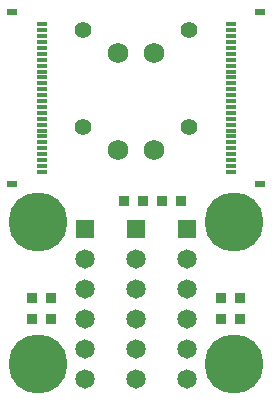
<source format=gts>
G04*
G04 #@! TF.GenerationSoftware,Altium Limited,Altium Designer,23.10.1 (27)*
G04*
G04 Layer_Color=8388736*
%FSLAX25Y25*%
%MOIN*%
G70*
G04*
G04 #@! TF.SameCoordinates,63F36303-5D97-42AD-868C-FB7FB63341C3*
G04*
G04*
G04 #@! TF.FilePolarity,Negative*
G04*
G01*
G75*
%ADD15R,0.03701X0.03701*%
%ADD16R,0.03701X0.01732*%
%ADD17R,0.03701X0.02126*%
%ADD18C,0.19685*%
%ADD19R,0.06457X0.06457*%
%ADD20C,0.06457*%
%ADD21C,0.06850*%
%ADD22C,0.05551*%
D15*
X14961Y-34252D02*
D03*
X8661D02*
D03*
X2362D02*
D03*
X-3937D02*
D03*
X34646Y-66535D02*
D03*
X28346D02*
D03*
X34646Y-73622D02*
D03*
X28346D02*
D03*
X-34646Y-66535D02*
D03*
X-28346D02*
D03*
X-34646Y-73622D02*
D03*
X-28346D02*
D03*
D16*
X-31496Y22638D02*
D03*
Y20669D02*
D03*
Y18701D02*
D03*
Y14764D02*
D03*
Y12795D02*
D03*
Y10827D02*
D03*
Y6890D02*
D03*
Y4921D02*
D03*
Y2953D02*
D03*
Y984D02*
D03*
Y-984D02*
D03*
Y-2953D02*
D03*
Y-4921D02*
D03*
Y-6890D02*
D03*
Y-10827D02*
D03*
Y-12795D02*
D03*
Y-14764D02*
D03*
Y-18701D02*
D03*
Y-20669D02*
D03*
Y-22638D02*
D03*
Y24606D02*
D03*
Y16732D02*
D03*
Y8858D02*
D03*
Y-8858D02*
D03*
Y-16732D02*
D03*
Y-24606D02*
D03*
X31496Y-22638D02*
D03*
Y-20669D02*
D03*
Y-18701D02*
D03*
Y-14764D02*
D03*
Y-12795D02*
D03*
Y-10827D02*
D03*
Y-6890D02*
D03*
Y-4921D02*
D03*
Y-2953D02*
D03*
Y-984D02*
D03*
Y984D02*
D03*
Y2953D02*
D03*
Y4921D02*
D03*
Y6890D02*
D03*
Y10827D02*
D03*
Y12795D02*
D03*
Y14764D02*
D03*
Y18701D02*
D03*
Y20669D02*
D03*
Y22638D02*
D03*
Y-24606D02*
D03*
Y-16732D02*
D03*
Y-8858D02*
D03*
Y8858D02*
D03*
Y16732D02*
D03*
Y24606D02*
D03*
D17*
X-41339Y28543D02*
D03*
Y-28543D02*
D03*
X41339Y-28543D02*
D03*
Y28543D02*
D03*
D18*
X32677Y-41339D02*
D03*
Y-88583D02*
D03*
X-32677D02*
D03*
Y-41339D02*
D03*
D19*
X16929Y-43701D02*
D03*
X0D02*
D03*
X-16929Y-43701D02*
D03*
D20*
X16929Y-53701D02*
D03*
X16929Y-63701D02*
D03*
X16929Y-73701D02*
D03*
X16929Y-83701D02*
D03*
Y-93701D02*
D03*
X0Y-53701D02*
D03*
Y-63701D02*
D03*
Y-73701D02*
D03*
Y-83701D02*
D03*
Y-93701D02*
D03*
X-16929Y-53701D02*
D03*
X-16929Y-63701D02*
D03*
X-16929Y-73701D02*
D03*
Y-83701D02*
D03*
X-16929Y-93701D02*
D03*
D21*
X5906Y-17323D02*
D03*
X-5906D02*
D03*
X5906Y14961D02*
D03*
X-5906D02*
D03*
D22*
X17717Y-9606D02*
D03*
X-17717D02*
D03*
X17717Y22677D02*
D03*
X-17717D02*
D03*
M02*

</source>
